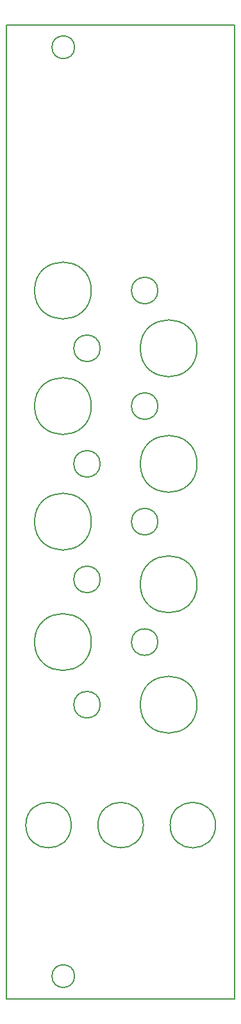
<source format=gko>
G04 #@! TF.GenerationSoftware,KiCad,Pcbnew,5.1.7-a382d34a8~87~ubuntu18.04.1*
G04 #@! TF.CreationDate,2021-01-14T14:15:41+00:00*
G04 #@! TF.ProjectId,seq8.2-panel,73657138-2e32-42d7-9061-6e656c2e6b69,rev?*
G04 #@! TF.SameCoordinates,Original*
G04 #@! TF.FileFunction,Profile,NP*
%FSLAX46Y46*%
G04 Gerber Fmt 4.6, Leading zero omitted, Abs format (unit mm)*
G04 Created by KiCad (PCBNEW 5.1.7-a382d34a8~87~ubuntu18.04.1) date 2021-01-14 14:15:41*
%MOMM*%
%LPD*%
G01*
G04 APERTURE LIST*
G04 #@! TA.AperFunction,Profile*
%ADD10C,0.200000*%
G04 #@! TD*
G04 APERTURE END LIST*
D10*
X109430450Y-27902180D02*
X109430450Y-156302180D01*
X88290450Y-153302180D02*
G75*
G03*
X88290450Y-153302180I-1500000J0D01*
G01*
X88290450Y-30802180D02*
G75*
G03*
X88290450Y-30802180I-1500000J0D01*
G01*
X90490450Y-93367180D02*
G75*
G03*
X90490450Y-93367180I-3750000J0D01*
G01*
X104460450Y-85747180D02*
G75*
G03*
X104460450Y-85747180I-3750000J0D01*
G01*
X91670450Y-100987180D02*
G75*
G03*
X91670450Y-100987180I-1750000J0D01*
G01*
X99290450Y-93367180D02*
G75*
G03*
X99290450Y-93367180I-1750000J0D01*
G01*
X91670450Y-85747180D02*
G75*
G03*
X91670450Y-85747180I-1750000J0D01*
G01*
X104460450Y-117507180D02*
G75*
G03*
X104460450Y-117507180I-3750000J0D01*
G01*
X90490450Y-109247180D02*
G75*
G03*
X90490450Y-109247180I-3750000J0D01*
G01*
X104460450Y-101627180D02*
G75*
G03*
X104460450Y-101627180I-3750000J0D01*
G01*
X90490450Y-62887180D02*
G75*
G03*
X90490450Y-62887180I-3750000J0D01*
G01*
X106900450Y-133387180D02*
G75*
G03*
X106900450Y-133387180I-3000000J0D01*
G01*
X99290450Y-78127180D02*
G75*
G03*
X99290450Y-78127180I-1750000J0D01*
G01*
X91670450Y-70507180D02*
G75*
G03*
X91670450Y-70507180I-1750000J0D01*
G01*
X99290450Y-62887180D02*
G75*
G03*
X99290450Y-62887180I-1750000J0D01*
G01*
X90490450Y-78127180D02*
G75*
G03*
X90490450Y-78127180I-3750000J0D01*
G01*
X104460450Y-70507180D02*
G75*
G03*
X104460450Y-70507180I-3750000J0D01*
G01*
X79290450Y-156302180D02*
X79290450Y-27902180D01*
X97370450Y-133387180D02*
G75*
G03*
X97370450Y-133387180I-3000000J0D01*
G01*
X87840450Y-133387180D02*
G75*
G03*
X87840450Y-133387180I-3000000J0D01*
G01*
X91670450Y-117507180D02*
G75*
G03*
X91670450Y-117507180I-1750000J0D01*
G01*
X99290450Y-109247180D02*
G75*
G03*
X99290450Y-109247180I-1750000J0D01*
G01*
X109430450Y-156302180D02*
X79290450Y-156302180D01*
X79290450Y-27902180D02*
X109430450Y-27902180D01*
M02*

</source>
